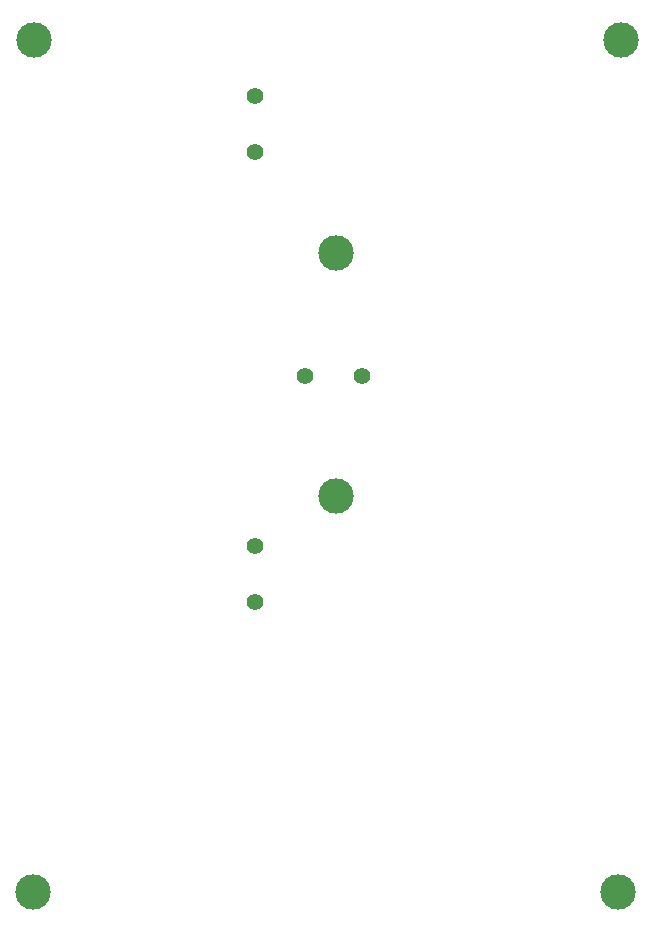
<source format=gbr>
G04 Generated by Ultiboard 14.1 *
%FSLAX34Y34*%
%MOMM*%

%ADD10C,0.0001*%
%ADD11C,3.0000*%
%ADD12C,1.4000*%


G04 ColorRGB 000000 for the following layer *
%LNDrill-Copper Top-Copper Bottom*%
%LPD*%
G54D11*
X55880Y508000D03*
X551180Y508000D03*
X56120Y1229360D03*
X553720Y1229360D03*
X312420Y1049020D03*
X312420Y843280D03*
G54D12*
X333880Y944880D03*
X285880Y944880D03*
X243840Y801240D03*
X243840Y753240D03*
X243840Y1134240D03*
X243840Y1182240D03*

M02*

</source>
